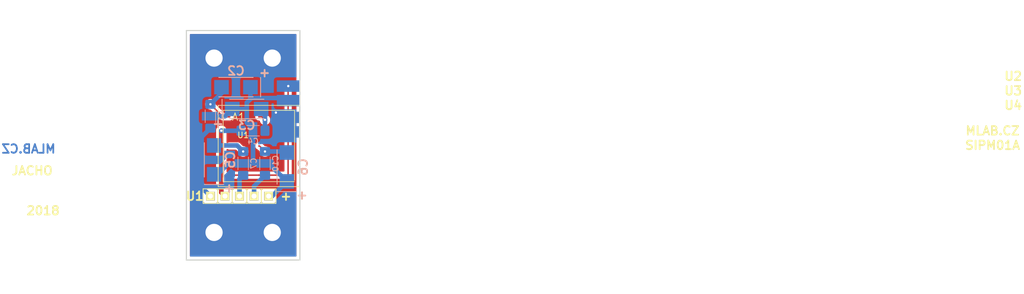
<source format=kicad_pcb>
(kicad_pcb (version 20171130) (host pcbnew "(2018-02-10 revision a04965c36)-makepkg")

  (general
    (thickness 1.6)
    (drawings 14)
    (tracks 66)
    (zones 0)
    (modules 20)
    (nets 12)
  )

  (page A4)
  (layers
    (0 F.Cu signal)
    (31 B.Cu signal)
    (32 B.Adhes user)
    (33 F.Adhes user)
    (34 B.Paste user)
    (35 F.Paste user)
    (36 B.SilkS user)
    (37 F.SilkS user)
    (38 B.Mask user)
    (39 F.Mask user)
    (40 Dwgs.User user)
    (41 Cmts.User user)
    (42 Eco1.User user)
    (43 Eco2.User user)
    (44 Edge.Cuts user)
    (45 Margin user)
    (46 B.CrtYd user)
    (47 F.CrtYd user)
    (48 B.Fab user)
    (49 F.Fab user)
  )

  (setup
    (last_trace_width 0.8)
    (user_trace_width 0.4)
    (user_trace_width 0.5)
    (user_trace_width 0.6)
    (user_trace_width 0.8)
    (user_trace_width 1)
    (trace_clearance 0.2)
    (zone_clearance 0.508)
    (zone_45_only no)
    (trace_min 0.2)
    (segment_width 0.2)
    (edge_width 0.15)
    (via_size 0.8)
    (via_drill 0.4)
    (via_min_size 0.4)
    (via_min_drill 0.3)
    (uvia_size 0.3)
    (uvia_drill 0.1)
    (uvias_allowed no)
    (uvia_min_size 0.2)
    (uvia_min_drill 0.1)
    (pcb_text_width 0.3)
    (pcb_text_size 1.5 1.5)
    (mod_edge_width 0.15)
    (mod_text_size 1 1)
    (mod_text_width 0.15)
    (pad_size 4 2)
    (pad_drill 0)
    (pad_to_mask_clearance 0.2)
    (aux_axis_origin 0 0)
    (visible_elements 7FFFFF7F)
    (pcbplotparams
      (layerselection 0x010fc_ffffffff)
      (usegerberextensions false)
      (usegerberattributes false)
      (usegerberadvancedattributes false)
      (creategerberjobfile false)
      (excludeedgelayer true)
      (linewidth 0.100000)
      (plotframeref false)
      (viasonmask false)
      (mode 1)
      (useauxorigin false)
      (hpglpennumber 1)
      (hpglpenspeed 20)
      (hpglpendiameter 15)
      (psnegative false)
      (psa4output false)
      (plotreference true)
      (plotvalue true)
      (plotinvisibletext false)
      (padsonsilk false)
      (subtractmaskfromsilk false)
      (outputformat 1)
      (mirror false)
      (drillshape 1)
      (scaleselection 1)
      (outputdirectory ""))
  )

  (net 0 "")
  (net 1 /U1)
  (net 2 /U2)
  (net 3 /U3)
  (net 4 /U4)
  (net 5 GND)
  (net 6 /U1in)
  (net 7 /U2in)
  (net 8 /U3in)
  (net 9 /U4in)
  (net 10 /K)
  (net 11 /+)

  (net_class Default "Toto je výchozí třída sítě."
    (clearance 0.2)
    (trace_width 0.25)
    (via_dia 0.8)
    (via_drill 0.4)
    (uvia_dia 0.3)
    (uvia_drill 0.1)
    (add_net /+)
    (add_net /K)
    (add_net /U1)
    (add_net /U1in)
    (add_net /U2)
    (add_net /U2in)
    (add_net /U3)
    (add_net /U3in)
    (add_net /U4)
    (add_net /U4in)
    (add_net GND)
  )

  (module Mlab_Mechanical:MountingHole_3mm placed (layer F.Cu) (tedit 5A99DD0D) (tstamp 5BB83874)
    (at 15.24 -35.56)
    (descr "Mounting hole, Befestigungsbohrung, 3mm, No Annular, Kein Restring,")
    (tags "Mounting hole, Befestigungsbohrung, 3mm, No Annular, Kein Restring,")
    (path /549D7549)
    (fp_text reference M1 (at 0 -4.191) (layer F.SilkS) hide
      (effects (font (size 1.524 1.524) (thickness 0.3048)))
    )
    (fp_text value HOLE (at 0 4.191) (layer F.SilkS) hide
      (effects (font (size 1.524 1.524) (thickness 0.3048)))
    )
    (fp_circle (center 0 0) (end 2.99974 0) (layer Cmts.User) (width 0.381))
    (pad 1 thru_hole circle (at 0 0) (size 6 6) (drill 3) (layers *.Cu *.Adhes *.Mask)
      (net 5 GND) (clearance 1) (zone_connect 2))
    (model ${MLAB}/src/3d/mechanical/m3_komplet.step
      (at (xyz 0 0 0))
      (scale (xyz 1 1 1))
      (rotate (xyz 0 0 0))
    )
  )

  (module Mlab_Mechanical:MountingHole_3mm placed (layer F.Cu) (tedit 5A99DD0D) (tstamp 5BB8387A)
    (at 5.08 -5.08)
    (descr "Mounting hole, Befestigungsbohrung, 3mm, No Annular, Kein Restring,")
    (tags "Mounting hole, Befestigungsbohrung, 3mm, No Annular, Kein Restring,")
    (path /549D7628)
    (fp_text reference M2 (at 0 -4.191) (layer F.SilkS) hide
      (effects (font (size 1.524 1.524) (thickness 0.3048)))
    )
    (fp_text value HOLE (at 0 4.191) (layer F.SilkS) hide
      (effects (font (size 1.524 1.524) (thickness 0.3048)))
    )
    (fp_circle (center 0 0) (end 2.99974 0) (layer Cmts.User) (width 0.381))
    (pad 1 thru_hole circle (at 0 0) (size 6 6) (drill 3) (layers *.Cu *.Adhes *.Mask)
      (net 5 GND) (clearance 1) (zone_connect 2))
    (model ${MLAB}/src/3d/mechanical/m3_komplet.step
      (at (xyz 0 0 0))
      (scale (xyz 1 1 1))
      (rotate (xyz 0 0 0))
    )
  )

  (module Mlab_Mechanical:MountingHole_3mm placed (layer F.Cu) (tedit 5A99DD0D) (tstamp 5BB83880)
    (at 5.08 -35.56)
    (descr "Mounting hole, Befestigungsbohrung, 3mm, No Annular, Kein Restring,")
    (tags "Mounting hole, Befestigungsbohrung, 3mm, No Annular, Kein Restring,")
    (path /549D7646)
    (fp_text reference M3 (at 0 -4.191) (layer F.SilkS) hide
      (effects (font (size 1.524 1.524) (thickness 0.3048)))
    )
    (fp_text value HOLE (at 0 4.191) (layer F.SilkS) hide
      (effects (font (size 1.524 1.524) (thickness 0.3048)))
    )
    (fp_circle (center 0 0) (end 2.99974 0) (layer Cmts.User) (width 0.381))
    (pad 1 thru_hole circle (at 0 0) (size 6 6) (drill 3) (layers *.Cu *.Adhes *.Mask)
      (net 5 GND) (clearance 1) (zone_connect 2))
    (model ${MLAB}/src/3d/mechanical/m3_komplet.step
      (at (xyz 0 0 0))
      (scale (xyz 1 1 1))
      (rotate (xyz 0 0 0))
    )
  )

  (module Mlab_Mechanical:MountingHole_3mm placed (layer F.Cu) (tedit 5A99DD0D) (tstamp 5BB83886)
    (at 15.24 -5.08)
    (descr "Mounting hole, Befestigungsbohrung, 3mm, No Annular, Kein Restring,")
    (tags "Mounting hole, Befestigungsbohrung, 3mm, No Annular, Kein Restring,")
    (path /549D7665)
    (fp_text reference M4 (at 0 -4.191) (layer F.SilkS) hide
      (effects (font (size 1.524 1.524) (thickness 0.3048)))
    )
    (fp_text value HOLE (at 0 4.191) (layer F.SilkS) hide
      (effects (font (size 1.524 1.524) (thickness 0.3048)))
    )
    (fp_circle (center 0 0) (end 2.99974 0) (layer Cmts.User) (width 0.381))
    (pad 1 thru_hole circle (at 0 0) (size 6 6) (drill 3) (layers *.Cu *.Adhes *.Mask)
      (net 5 GND) (clearance 1) (zone_connect 2))
    (model ${MLAB}/src/3d/mechanical/m3_komplet.step
      (at (xyz 0 0 0))
      (scale (xyz 1 1 1))
      (rotate (xyz 0 0 0))
    )
  )

  (module Mlab_D:ArrayC-60035-4P-BGA locked (layer F.Cu) (tedit 5BAB4D8F) (tstamp 5BB83979)
    (at 12.9032 -20.193)
    (descr 23A)
    (tags 23A)
    (path /5BABA2C7)
    (fp_text reference U1 (at -2.7432 -1.905 -180) (layer F.SilkS)
      (effects (font (size 1 1) (thickness 0.15)))
    )
    (fp_text value ARRAYC-60035-4P-BGA (at 0.1524 2.5146) (layer F.Fab)
      (effects (font (size 1 1) (thickness 0.15)))
    )
    (fp_text user %R (at -2.159 -2.2352) (layer F.Fab)
      (effects (font (size 1 1) (thickness 0.15)))
    )
    (fp_line (start 7.1 -7.1) (end 7.1 7.1) (layer F.SilkS) (width 0.12))
    (fp_line (start 7.1 -7.1) (end -7.1 -7.1) (layer F.SilkS) (width 0.12))
    (fp_line (start -7.1 -7.1) (end -7.1 7.1) (layer F.SilkS) (width 0.12))
    (fp_line (start 7.1 7.1) (end -7.1 7.1) (layer F.SilkS) (width 0.12))
    (fp_line (start 7.1 7.1) (end -7.1 7.1) (layer F.Fab) (width 0.1))
    (fp_line (start 7.1 7.1) (end 7.1 -7.1) (layer F.Fab) (width 0.1))
    (fp_line (start 7.1 -7.1) (end -7.1 -7.1) (layer F.Fab) (width 0.1))
    (fp_line (start -7.1 -7.1) (end -7.1 7.1) (layer F.Fab) (width 0.1))
    (fp_line (start -6.23 -6.23) (end -6.23 6.23) (layer F.Fab) (width 0.1))
    (fp_line (start 6.23 -6.23) (end -6.23 -6.23) (layer F.Fab) (width 0.1))
    (fp_line (start 6.23 -6.23) (end 6.23 6.23) (layer F.Fab) (width 0.1))
    (fp_line (start 6.23 6.23) (end -6.23 6.23) (layer F.Fab) (width 0.1))
    (fp_line (start 6.23 6.23) (end -6.23 6.23) (layer F.SilkS) (width 0.12))
    (fp_line (start -6.23 -6.23) (end -6.23 6.23) (layer F.SilkS) (width 0.12))
    (fp_line (start 6.23 -6.23) (end -6.23 -6.23) (layer F.SilkS) (width 0.12))
    (fp_line (start 6.23 -6.23) (end 6.23 6) (layer F.SilkS) (width 0.12))
    (fp_text user A1 (at -3.556 -5.08) (layer F.SilkS)
      (effects (font (size 1.27 1.27) (thickness 0.15)))
    )
    (pad A3 smd circle (at 5.1 -5.1) (size 0.23 0.23) (layers F.Cu F.Paste F.Mask)
      (net 10 /K))
    (pad B3 smd circle (at 5.1 0) (size 0.23 0.23) (layers F.Cu F.Paste F.Mask)
      (net 10 /K))
    (pad C3 smd circle (at 5.1 5.1) (size 0.23 0.23) (layers F.Cu F.Paste F.Mask)
      (net 10 /K))
    (pad C2 smd circle (at 0 5.1) (size 0.23 0.23) (layers F.Cu F.Paste F.Mask)
      (net 10 /K))
    (pad C1 smd circle (at -5.1 5.1) (size 0.23 0.23) (layers F.Cu F.Paste F.Mask)
      (net 10 /K))
    (pad B1 smd circle (at -5.1 0) (size 0.23 0.23) (layers F.Cu F.Paste F.Mask)
      (net 3 /U3))
    (pad B2 smd circle (at 0 0) (size 0.23 0.23) (layers F.Cu F.Paste F.Mask)
      (net 4 /U4))
    (pad A2 smd circle (at 0 -5.1) (size 0.23 0.23) (layers F.Cu F.Paste F.Mask)
      (net 2 /U2))
    (pad A1 smd circle (at -5.1 -5.1) (size 0.23 0.23) (layers F.Cu F.Paste F.Mask)
      (net 1 /U1))
    (model ${KISYS3DMOD}/Battery.3dshapes/BatteryHolder_Keystone_2466_1xAAA.wrl
      (at (xyz 0 0 0))
      (scale (xyz 1 1 1))
      (rotate (xyz 0 0 0))
    )
  )

  (module Mlab_L:FIR_1806 (layer B.Cu) (tedit 5BAE7C99) (tstamp 5BD322CB)
    (at 4.445 -25.4 90)
    (descr "Capacitor SMD 1806 (4516 Metric), square (rectangular) end terminal, IPC_7351 nominal with elongated pad for handsoldering. (Body size source: https://www.modelithics.com/models/Vendor/MuRata/BLM41P.pdf), generated with kicad-footprint-generator")
    (tags "capacitor handsolder")
    (path /5BAF331F)
    (attr smd)
    (fp_text reference C1 (at 0 1.85 90) (layer B.SilkS)
      (effects (font (size 1 1) (thickness 0.15)) (justify mirror))
    )
    (fp_text value EMI_Filter_C (at 0 -1.85 90) (layer B.Fab)
      (effects (font (size 1 1) (thickness 0.15)) (justify mirror))
    )
    (fp_text user %R (at 0 0 90) (layer B.Fab)
      (effects (font (size 1 1) (thickness 0.15)) (justify mirror))
    )
    (fp_line (start 3.12 -1.15) (end -3.12 -1.15) (layer B.CrtYd) (width 0.05))
    (fp_line (start 3.12 1.15) (end 3.12 -1.15) (layer B.CrtYd) (width 0.05))
    (fp_line (start -3.12 1.15) (end 3.12 1.15) (layer B.CrtYd) (width 0.05))
    (fp_line (start -3.12 -1.15) (end -3.12 1.15) (layer B.CrtYd) (width 0.05))
    (fp_line (start -1.111252 -0.91) (end 1.111252 -0.91) (layer B.SilkS) (width 0.12))
    (fp_line (start -1.111252 0.91) (end 1.111252 0.91) (layer B.SilkS) (width 0.12))
    (fp_line (start 2.25 -0.8) (end -2.25 -0.8) (layer B.Fab) (width 0.1))
    (fp_line (start 2.25 0.8) (end 2.25 -0.8) (layer B.Fab) (width 0.1))
    (fp_line (start -2.25 0.8) (end 2.25 0.8) (layer B.Fab) (width 0.1))
    (fp_line (start -2.25 -0.8) (end -2.25 0.8) (layer B.Fab) (width 0.1))
    (pad 2 smd trapezoid (at 0 0 90) (size 1.5 3) (layers B.Cu B.Paste B.Mask)
      (net 11 /+))
    (pad 3 smd roundrect (at 2.0875 0 90) (size 1.575 1.8) (layers B.Cu B.Paste B.Mask)(roundrect_rratio 0.159)
      (net 1 /U1))
    (pad 1 smd roundrect (at -2.0875 0 90) (size 1.575 1.8) (layers B.Cu B.Paste B.Mask)(roundrect_rratio 0.15873)
      (net 6 /U1in))
    (model ${KISYS3DMOD}/Capacitor_SMD.3dshapes/C_1806_4516Metric.wrl
      (at (xyz 0 0 0))
      (scale (xyz 1 1 1))
      (rotate (xyz 0 0 0))
    )
  )

  (module Mlab_C:TantalC_SizeC_Reflow (layer B.Cu) (tedit 5A4CB8D1) (tstamp 5BE0725C)
    (at 8.90524 -30.48 180)
    (descr "Tantal Cap. , Size C, EIA-6032, Reflow,")
    (tags "Tantal Cap. , Size C, EIA-6032, Reflow,")
    (path /5BB0957A)
    (attr smd)
    (fp_text reference C2 (at 0 2.85 180) (layer B.SilkS)
      (effects (font (size 1.524 1.524) (thickness 0.3048)) (justify mirror))
    )
    (fp_text value CP (at 0 -3 180) (layer B.SilkS) hide
      (effects (font (size 1.524 1.524) (thickness 0.3048)) (justify mirror))
    )
    (fp_line (start -4.30022 1.69926) (end -4.30022 -1.69926) (layer B.SilkS) (width 0.15))
    (fp_line (start 2.99974 -1.69926) (end -2.99974 -1.69926) (layer B.SilkS) (width 0.15))
    (fp_line (start 2.99974 1.69926) (end -2.99974 1.69926) (layer B.SilkS) (width 0.15))
    (fp_text user + (at -4.99872 2.55016 180) (layer B.SilkS)
      (effects (font (size 1.524 1.524) (thickness 0.3048)) (justify mirror))
    )
    (fp_line (start -5.00126 3.05308) (end -5.00126 1.95326) (layer B.SilkS) (width 0.15))
    (fp_line (start -5.6007 2.5527) (end -4.40182 2.5527) (layer B.SilkS) (width 0.15))
    (pad 2 smd rect (at 2.52476 0 180) (size 2.55016 2.49936) (layers B.Cu B.Paste B.Mask)
      (net 1 /U1))
    (pad 1 smd rect (at -2.52476 0 180) (size 2.55016 2.49936) (layers B.Cu B.Paste B.Mask)
      (net 11 /+))
    (model Capacitors_Tantalum_SMD.3dshapes/CP_Tantalum_Case-C_EIA-6032-28.wrl
      (at (xyz 0 0 0))
      (scale (xyz 1 1 1))
      (rotate (xyz 0 0 180))
    )
  )

  (module Mlab_L:FIR_1806 (layer B.Cu) (tedit 5BAE7C99) (tstamp 5BEC8A95)
    (at 11.8825 -22.86)
    (descr "Capacitor SMD 1806 (4516 Metric), square (rectangular) end terminal, IPC_7351 nominal with elongated pad for handsoldering. (Body size source: https://www.modelithics.com/models/Vendor/MuRata/BLM41P.pdf), generated with kicad-footprint-generator")
    (tags "capacitor handsolder")
    (path /5BAFAF2A)
    (attr smd)
    (fp_text reference C4 (at 0 1.85) (layer B.SilkS)
      (effects (font (size 1 1) (thickness 0.15)) (justify mirror))
    )
    (fp_text value EMI_Filter_C (at 0 -1.85) (layer B.Fab)
      (effects (font (size 1 1) (thickness 0.15)) (justify mirror))
    )
    (fp_line (start -2.25 -0.8) (end -2.25 0.8) (layer B.Fab) (width 0.1))
    (fp_line (start -2.25 0.8) (end 2.25 0.8) (layer B.Fab) (width 0.1))
    (fp_line (start 2.25 0.8) (end 2.25 -0.8) (layer B.Fab) (width 0.1))
    (fp_line (start 2.25 -0.8) (end -2.25 -0.8) (layer B.Fab) (width 0.1))
    (fp_line (start -1.111252 0.91) (end 1.111252 0.91) (layer B.SilkS) (width 0.12))
    (fp_line (start -1.111252 -0.91) (end 1.111252 -0.91) (layer B.SilkS) (width 0.12))
    (fp_line (start -3.12 -1.15) (end -3.12 1.15) (layer B.CrtYd) (width 0.05))
    (fp_line (start -3.12 1.15) (end 3.12 1.15) (layer B.CrtYd) (width 0.05))
    (fp_line (start 3.12 1.15) (end 3.12 -1.15) (layer B.CrtYd) (width 0.05))
    (fp_line (start 3.12 -1.15) (end -3.12 -1.15) (layer B.CrtYd) (width 0.05))
    (fp_text user %R (at 0 0) (layer B.Fab)
      (effects (font (size 1 1) (thickness 0.15)) (justify mirror))
    )
    (pad 1 smd roundrect (at -2.0875 0) (size 1.575 1.8) (layers B.Cu B.Paste B.Mask)(roundrect_rratio 0.15873)
      (net 7 /U2in))
    (pad 3 smd roundrect (at 2.0875 0) (size 1.575 1.8) (layers B.Cu B.Paste B.Mask)(roundrect_rratio 0.159)
      (net 2 /U2))
    (pad 2 smd trapezoid (at 0 0) (size 1.5 3) (layers B.Cu B.Paste B.Mask)
      (net 11 /+))
    (model ${KISYS3DMOD}/Capacitor_SMD.3dshapes/C_1806_4516Metric.wrl
      (at (xyz 0 0 0))
      (scale (xyz 1 1 1))
      (rotate (xyz 0 0 0))
    )
  )

  (module Mlab_C:TantalC_SizeC_Reflow (layer B.Cu) (tedit 5A4CB8D1) (tstamp 5BD32306)
    (at 5.08 -17.76476 90)
    (descr "Tantal Cap. , Size C, EIA-6032, Reflow,")
    (tags "Tantal Cap. , Size C, EIA-6032, Reflow,")
    (path /5BB097A9)
    (attr smd)
    (fp_text reference C5 (at 0 2.85 90) (layer B.SilkS)
      (effects (font (size 1.524 1.524) (thickness 0.3048)) (justify mirror))
    )
    (fp_text value CP (at 0 -3 90) (layer B.SilkS) hide
      (effects (font (size 1.524 1.524) (thickness 0.3048)) (justify mirror))
    )
    (fp_line (start -5.6007 2.5527) (end -4.40182 2.5527) (layer B.SilkS) (width 0.15))
    (fp_line (start -5.00126 3.05308) (end -5.00126 1.95326) (layer B.SilkS) (width 0.15))
    (fp_text user + (at -4.99872 2.55016 90) (layer B.SilkS)
      (effects (font (size 1.524 1.524) (thickness 0.3048)) (justify mirror))
    )
    (fp_line (start 2.99974 1.69926) (end -2.99974 1.69926) (layer B.SilkS) (width 0.15))
    (fp_line (start 2.99974 -1.69926) (end -2.99974 -1.69926) (layer B.SilkS) (width 0.15))
    (fp_line (start -4.30022 1.69926) (end -4.30022 -1.69926) (layer B.SilkS) (width 0.15))
    (pad 1 smd rect (at -2.52476 0 90) (size 2.55016 2.49936) (layers B.Cu B.Paste B.Mask)
      (net 11 /+))
    (pad 2 smd rect (at 2.52476 0 90) (size 2.55016 2.49936) (layers B.Cu B.Paste B.Mask)
      (net 3 /U3))
    (model Capacitors_Tantalum_SMD.3dshapes/CP_Tantalum_Case-C_EIA-6032-28.wrl
      (at (xyz 0 0 0))
      (scale (xyz 1 1 1))
      (rotate (xyz 0 0 180))
    )
  )

  (module Mlab_L:FIR_1806 (layer B.Cu) (tedit 5BAE7C99) (tstamp 5BD32311)
    (at 10.16 -17.145 90)
    (descr "Capacitor SMD 1806 (4516 Metric), square (rectangular) end terminal, IPC_7351 nominal with elongated pad for handsoldering. (Body size source: https://www.modelithics.com/models/Vendor/MuRata/BLM41P.pdf), generated with kicad-footprint-generator")
    (tags "capacitor handsolder")
    (path /5BAFA37B)
    (attr smd)
    (fp_text reference C7 (at 0 1.85 90) (layer B.SilkS)
      (effects (font (size 1 1) (thickness 0.15)) (justify mirror))
    )
    (fp_text value EMI_Filter_C (at 0 -1.85 90) (layer B.Fab)
      (effects (font (size 1 1) (thickness 0.15)) (justify mirror))
    )
    (fp_text user %R (at 0 0 90) (layer B.Fab)
      (effects (font (size 1 1) (thickness 0.15)) (justify mirror))
    )
    (fp_line (start 3.12 -1.15) (end -3.12 -1.15) (layer B.CrtYd) (width 0.05))
    (fp_line (start 3.12 1.15) (end 3.12 -1.15) (layer B.CrtYd) (width 0.05))
    (fp_line (start -3.12 1.15) (end 3.12 1.15) (layer B.CrtYd) (width 0.05))
    (fp_line (start -3.12 -1.15) (end -3.12 1.15) (layer B.CrtYd) (width 0.05))
    (fp_line (start -1.111252 -0.91) (end 1.111252 -0.91) (layer B.SilkS) (width 0.12))
    (fp_line (start -1.111252 0.91) (end 1.111252 0.91) (layer B.SilkS) (width 0.12))
    (fp_line (start 2.25 -0.8) (end -2.25 -0.8) (layer B.Fab) (width 0.1))
    (fp_line (start 2.25 0.8) (end 2.25 -0.8) (layer B.Fab) (width 0.1))
    (fp_line (start -2.25 0.8) (end 2.25 0.8) (layer B.Fab) (width 0.1))
    (fp_line (start -2.25 -0.8) (end -2.25 0.8) (layer B.Fab) (width 0.1))
    (pad 2 smd trapezoid (at 0 0 90) (size 1.5 3) (layers B.Cu B.Paste B.Mask)
      (net 11 /+))
    (pad 3 smd roundrect (at 2.0875 0 90) (size 1.575 1.8) (layers B.Cu B.Paste B.Mask)(roundrect_rratio 0.159)
      (net 3 /U3))
    (pad 1 smd roundrect (at -2.0875 0 90) (size 1.575 1.8) (layers B.Cu B.Paste B.Mask)(roundrect_rratio 0.15873)
      (net 8 /U3in))
    (model ${KISYS3DMOD}/Capacitor_SMD.3dshapes/C_1806_4516Metric.wrl
      (at (xyz 0 0 0))
      (scale (xyz 1 1 1))
      (rotate (xyz 0 0 0))
    )
  )

  (module Mlab_L:FIR_1806 (layer B.Cu) (tedit 5BAE7C99) (tstamp 5BD3232D)
    (at 13.97 -17.145 90)
    (descr "Capacitor SMD 1806 (4516 Metric), square (rectangular) end terminal, IPC_7351 nominal with elongated pad for handsoldering. (Body size source: https://www.modelithics.com/models/Vendor/MuRata/BLM41P.pdf), generated with kicad-footprint-generator")
    (tags "capacitor handsolder")
    (path /5BAF9BE7)
    (attr smd)
    (fp_text reference C10 (at 0 1.85 90) (layer B.SilkS)
      (effects (font (size 1 1) (thickness 0.15)) (justify mirror))
    )
    (fp_text value EMI_Filter_C (at 0 -1.85 90) (layer B.Fab)
      (effects (font (size 1 1) (thickness 0.15)) (justify mirror))
    )
    (fp_line (start -2.25 -0.8) (end -2.25 0.8) (layer B.Fab) (width 0.1))
    (fp_line (start -2.25 0.8) (end 2.25 0.8) (layer B.Fab) (width 0.1))
    (fp_line (start 2.25 0.8) (end 2.25 -0.8) (layer B.Fab) (width 0.1))
    (fp_line (start 2.25 -0.8) (end -2.25 -0.8) (layer B.Fab) (width 0.1))
    (fp_line (start -1.111252 0.91) (end 1.111252 0.91) (layer B.SilkS) (width 0.12))
    (fp_line (start -1.111252 -0.91) (end 1.111252 -0.91) (layer B.SilkS) (width 0.12))
    (fp_line (start -3.12 -1.15) (end -3.12 1.15) (layer B.CrtYd) (width 0.05))
    (fp_line (start -3.12 1.15) (end 3.12 1.15) (layer B.CrtYd) (width 0.05))
    (fp_line (start 3.12 1.15) (end 3.12 -1.15) (layer B.CrtYd) (width 0.05))
    (fp_line (start 3.12 -1.15) (end -3.12 -1.15) (layer B.CrtYd) (width 0.05))
    (fp_text user %R (at 0 0 90) (layer B.Fab)
      (effects (font (size 1 1) (thickness 0.15)) (justify mirror))
    )
    (pad 1 smd roundrect (at -2.0875 0 90) (size 1.575 1.8) (layers B.Cu B.Paste B.Mask)(roundrect_rratio 0.15873)
      (net 9 /U4in))
    (pad 3 smd roundrect (at 2.0875 0 90) (size 1.575 1.8) (layers B.Cu B.Paste B.Mask)(roundrect_rratio 0.159)
      (net 4 /U4))
    (pad 2 smd trapezoid (at 0 0 90) (size 1.5 3) (layers B.Cu B.Paste B.Mask)
      (net 11 /+))
    (model ${KISYS3DMOD}/Capacitor_SMD.3dshapes/C_1806_4516Metric.wrl
      (at (xyz 0 0 0))
      (scale (xyz 1 1 1))
      (rotate (xyz 0 0 0))
    )
  )

  (module Mlab_Pin_Headers:SMD_1_2_4x2 locked (layer B.Cu) (tedit 5B658CDA) (tstamp 5BD3236D)
    (at 18.034 -30.6705 180)
    (path /5BAEAC09)
    (fp_text reference J5 (at 0 -5.6007 180) (layer B.SilkS) hide
      (effects (font (size 1 1) (thickness 0.15)) (justify mirror))
    )
    (fp_text value CONN_2 (at -0.2032 1.778 180) (layer B.Fab) hide
      (effects (font (size 1 1) (thickness 0.15)) (justify mirror))
    )
    (pad 1 smd rect (at 0 0 180) (size 4 2) (layers B.Cu B.Paste B.Mask)
      (net 10 /K))
    (pad 2 smd rect (at 0 -2.54 180) (size 4 2) (layers B.Cu B.Paste B.Mask)
      (net 11 /+))
  )

  (module Mlab_Pin_Headers:SMD_1_2_4x2 (layer B.Cu) (tedit 5B658CDA) (tstamp 5BEC8A68)
    (at 18.034 -22.6568)
    (path /5BAF1BBD)
    (fp_text reference J6 (at 0 -5.6007) (layer B.SilkS) hide
      (effects (font (size 1 1) (thickness 0.15)) (justify mirror))
    )
    (fp_text value CONN_2 (at -0.2032 1.778) (layer B.Fab) hide
      (effects (font (size 1 1) (thickness 0.15)) (justify mirror))
    )
    (pad 2 smd rect (at 0 -2.54) (size 4 2) (layers B.Cu B.Paste B.Mask)
      (net 5 GND))
    (pad 1 smd rect (at 0 0) (size 4 2) (layers B.Cu B.Paste B.Mask)
      (net 5 GND))
  )

  (module Mlab_Pin_Headers:Straight_1x01 (layer F.Cu) (tedit 56EBDE01) (tstamp 5BDFF7C7)
    (at 4.445 -11.43 180)
    (descr "pin header straight 1x01")
    (tags "pin header straight 1x01")
    (path /5BB085DF)
    (fp_text reference J1 (at 0 -2.54 180) (layer F.SilkS) hide
      (effects (font (size 1.5 1.5) (thickness 0.15)))
    )
    (fp_text value HEADER_1x01 (at 0 2.54 180) (layer F.SilkS) hide
      (effects (font (size 1.5 1.5) (thickness 0.15)))
    )
    (fp_line (start -1.27 1.27) (end -1.27 -1.27) (layer F.SilkS) (width 0.15))
    (fp_line (start 1.27 1.27) (end -1.27 1.27) (layer F.SilkS) (width 0.15))
    (fp_line (start 1.27 -1.27) (end 1.27 1.27) (layer F.SilkS) (width 0.15))
    (fp_line (start -1.27 -1.27) (end 1.27 -1.27) (layer F.SilkS) (width 0.15))
    (fp_text user 1 (at -1.651 0 180) (layer F.SilkS) hide
      (effects (font (size 0.5 0.5) (thickness 0.05)))
    )
    (pad 1 thru_hole rect (at 0 0 180) (size 1.524 1.524) (drill 0.889) (layers *.Cu *.Mask F.SilkS)
      (net 6 /U1in))
    (model Pin_Headers/Pin_Header_Straight_1x01.wrl
      (at (xyz 0 0 0))
      (scale (xyz 1 1 1))
      (rotate (xyz 0 0 90))
    )
  )

  (module Mlab_Pin_Headers:Straight_1x01 (layer F.Cu) (tedit 56EBDE01) (tstamp 5BDFF7D0)
    (at 6.985 -11.43 90)
    (descr "pin header straight 1x01")
    (tags "pin header straight 1x01")
    (path /5BB087E2)
    (fp_text reference J2 (at 0 -2.54 90) (layer F.SilkS) hide
      (effects (font (size 1.5 1.5) (thickness 0.15)))
    )
    (fp_text value HEADER_1x01 (at 0 2.54 90) (layer F.SilkS) hide
      (effects (font (size 1.5 1.5) (thickness 0.15)))
    )
    (fp_text user 1 (at -1.651 0 90) (layer F.SilkS) hide
      (effects (font (size 0.5 0.5) (thickness 0.05)))
    )
    (fp_line (start -1.27 -1.27) (end 1.27 -1.27) (layer F.SilkS) (width 0.15))
    (fp_line (start 1.27 -1.27) (end 1.27 1.27) (layer F.SilkS) (width 0.15))
    (fp_line (start 1.27 1.27) (end -1.27 1.27) (layer F.SilkS) (width 0.15))
    (fp_line (start -1.27 1.27) (end -1.27 -1.27) (layer F.SilkS) (width 0.15))
    (pad 1 thru_hole rect (at 0 0 90) (size 1.524 1.524) (drill 0.889) (layers *.Cu *.Mask F.SilkS)
      (net 7 /U2in))
    (model Pin_Headers/Pin_Header_Straight_1x01.wrl
      (at (xyz 0 0 0))
      (scale (xyz 1 1 1))
      (rotate (xyz 0 0 90))
    )
  )

  (module Mlab_Pin_Headers:Straight_1x01 (layer F.Cu) (tedit 56EBDE01) (tstamp 5BDFF7D9)
    (at 9.525 -11.43 90)
    (descr "pin header straight 1x01")
    (tags "pin header straight 1x01")
    (path /5BB0881C)
    (fp_text reference J3 (at 0 -2.54 90) (layer F.SilkS) hide
      (effects (font (size 1.5 1.5) (thickness 0.15)))
    )
    (fp_text value HEADER_1x01 (at 0 2.54 90) (layer F.SilkS) hide
      (effects (font (size 1.5 1.5) (thickness 0.15)))
    )
    (fp_line (start -1.27 1.27) (end -1.27 -1.27) (layer F.SilkS) (width 0.15))
    (fp_line (start 1.27 1.27) (end -1.27 1.27) (layer F.SilkS) (width 0.15))
    (fp_line (start 1.27 -1.27) (end 1.27 1.27) (layer F.SilkS) (width 0.15))
    (fp_line (start -1.27 -1.27) (end 1.27 -1.27) (layer F.SilkS) (width 0.15))
    (fp_text user 1 (at -1.651 0 90) (layer F.SilkS) hide
      (effects (font (size 0.5 0.5) (thickness 0.05)))
    )
    (pad 1 thru_hole rect (at 0 0 90) (size 1.524 1.524) (drill 0.889) (layers *.Cu *.Mask F.SilkS)
      (net 8 /U3in))
    (model Pin_Headers/Pin_Header_Straight_1x01.wrl
      (at (xyz 0 0 0))
      (scale (xyz 1 1 1))
      (rotate (xyz 0 0 90))
    )
  )

  (module Mlab_Pin_Headers:Straight_1x01 (layer F.Cu) (tedit 56EBDE01) (tstamp 5BDFF7E2)
    (at 12.065 -11.43 180)
    (descr "pin header straight 1x01")
    (tags "pin header straight 1x01")
    (path /5BB08858)
    (fp_text reference J4 (at 0 -2.54 180) (layer F.SilkS) hide
      (effects (font (size 1.5 1.5) (thickness 0.15)))
    )
    (fp_text value HEADER_1x01 (at 0 2.54 180) (layer F.SilkS) hide
      (effects (font (size 1.5 1.5) (thickness 0.15)))
    )
    (fp_text user 1 (at -1.651 0 180) (layer F.SilkS) hide
      (effects (font (size 0.5 0.5) (thickness 0.05)))
    )
    (fp_line (start -1.27 -1.27) (end 1.27 -1.27) (layer F.SilkS) (width 0.15))
    (fp_line (start 1.27 -1.27) (end 1.27 1.27) (layer F.SilkS) (width 0.15))
    (fp_line (start 1.27 1.27) (end -1.27 1.27) (layer F.SilkS) (width 0.15))
    (fp_line (start -1.27 1.27) (end -1.27 -1.27) (layer F.SilkS) (width 0.15))
    (pad 1 thru_hole rect (at 0 0 180) (size 1.524 1.524) (drill 0.889) (layers *.Cu *.Mask F.SilkS)
      (net 9 /U4in))
    (model Pin_Headers/Pin_Header_Straight_1x01.wrl
      (at (xyz 0 0 0))
      (scale (xyz 1 1 1))
      (rotate (xyz 0 0 90))
    )
  )

  (module Mlab_Pin_Headers:Straight_1x01 (layer F.Cu) (tedit 56EBDE01) (tstamp 5BE0720C)
    (at 14.605 -11.43)
    (descr "pin header straight 1x01")
    (tags "pin header straight 1x01")
    (path /5BB090B2)
    (fp_text reference J7 (at 0 -2.54) (layer F.SilkS) hide
      (effects (font (size 1.5 1.5) (thickness 0.15)))
    )
    (fp_text value HEADER_1x01 (at 0 2.54) (layer F.SilkS) hide
      (effects (font (size 1.5 1.5) (thickness 0.15)))
    )
    (fp_text user 1 (at -1.651 0) (layer F.SilkS) hide
      (effects (font (size 0.5 0.5) (thickness 0.05)))
    )
    (fp_line (start -1.27 -1.27) (end 1.27 -1.27) (layer F.SilkS) (width 0.15))
    (fp_line (start 1.27 -1.27) (end 1.27 1.27) (layer F.SilkS) (width 0.15))
    (fp_line (start 1.27 1.27) (end -1.27 1.27) (layer F.SilkS) (width 0.15))
    (fp_line (start -1.27 1.27) (end -1.27 -1.27) (layer F.SilkS) (width 0.15))
    (pad 1 thru_hole rect (at 0 0) (size 1.524 1.524) (drill 0.889) (layers *.Cu *.Mask F.SilkS)
      (net 11 /+))
    (model Pin_Headers/Pin_Header_Straight_1x01.wrl
      (at (xyz 0 0 0))
      (scale (xyz 1 1 1))
      (rotate (xyz 0 0 90))
    )
  )

  (module Mlab_C:TantalC_SizeC_Reflow (layer B.Cu) (tedit 5A4CB8D1) (tstamp 5BEC87F9)
    (at 10.77976 -26.67)
    (descr "Tantal Cap. , Size C, EIA-6032, Reflow,")
    (tags "Tantal Cap. , Size C, EIA-6032, Reflow,")
    (path /5BB09763)
    (attr smd)
    (fp_text reference C3 (at 0 2.85) (layer B.SilkS)
      (effects (font (size 1.524 1.524) (thickness 0.3048)) (justify mirror))
    )
    (fp_text value CP (at 0 -3) (layer B.SilkS) hide
      (effects (font (size 1.524 1.524) (thickness 0.3048)) (justify mirror))
    )
    (fp_line (start -4.30022 1.69926) (end -4.30022 -1.69926) (layer B.SilkS) (width 0.15))
    (fp_line (start 2.99974 -1.69926) (end -2.99974 -1.69926) (layer B.SilkS) (width 0.15))
    (fp_line (start 2.99974 1.69926) (end -2.99974 1.69926) (layer B.SilkS) (width 0.15))
    (fp_text user + (at -4.99872 2.55016) (layer B.SilkS)
      (effects (font (size 1.524 1.524) (thickness 0.3048)) (justify mirror))
    )
    (fp_line (start -5.00126 3.05308) (end -5.00126 1.95326) (layer B.SilkS) (width 0.15))
    (fp_line (start -5.6007 2.5527) (end -4.40182 2.5527) (layer B.SilkS) (width 0.15))
    (pad 2 smd rect (at 2.52476 0) (size 2.55016 2.49936) (layers B.Cu B.Paste B.Mask)
      (net 2 /U2))
    (pad 1 smd rect (at -2.52476 0) (size 2.55016 2.49936) (layers B.Cu B.Paste B.Mask)
      (net 11 /+))
    (model Capacitors_Tantalum_SMD.3dshapes/CP_Tantalum_Case-C_EIA-6032-28.wrl
      (at (xyz 0 0 0))
      (scale (xyz 1 1 1))
      (rotate (xyz 0 0 180))
    )
  )

  (module Mlab_C:TantalC_SizeC_Reflow (layer B.Cu) (tedit 5A4CB8D1) (tstamp 5BEC8805)
    (at 17.78 -16.52524 90)
    (descr "Tantal Cap. , Size C, EIA-6032, Reflow,")
    (tags "Tantal Cap. , Size C, EIA-6032, Reflow,")
    (path /5BB09840)
    (attr smd)
    (fp_text reference C6 (at 0 2.85 90) (layer B.SilkS)
      (effects (font (size 1.524 1.524) (thickness 0.3048)) (justify mirror))
    )
    (fp_text value CP (at 0 -3 90) (layer B.SilkS) hide
      (effects (font (size 1.524 1.524) (thickness 0.3048)) (justify mirror))
    )
    (fp_line (start -5.6007 2.5527) (end -4.40182 2.5527) (layer B.SilkS) (width 0.15))
    (fp_line (start -5.00126 3.05308) (end -5.00126 1.95326) (layer B.SilkS) (width 0.15))
    (fp_text user + (at -4.99872 2.55016 90) (layer B.SilkS)
      (effects (font (size 1.524 1.524) (thickness 0.3048)) (justify mirror))
    )
    (fp_line (start 2.99974 1.69926) (end -2.99974 1.69926) (layer B.SilkS) (width 0.15))
    (fp_line (start 2.99974 -1.69926) (end -2.99974 -1.69926) (layer B.SilkS) (width 0.15))
    (fp_line (start -4.30022 1.69926) (end -4.30022 -1.69926) (layer B.SilkS) (width 0.15))
    (pad 1 smd rect (at -2.52476 0 90) (size 2.55016 2.49936) (layers B.Cu B.Paste B.Mask)
      (net 11 /+))
    (pad 2 smd rect (at 2.52476 0 90) (size 2.55016 2.49936) (layers B.Cu B.Paste B.Mask)
      (net 4 /U4))
    (model Capacitors_Tantalum_SMD.3dshapes/CP_Tantalum_Case-C_EIA-6032-28.wrl
      (at (xyz 0 0 0))
      (scale (xyz 1 1 1))
      (rotate (xyz 0 0 180))
    )
  )

  (gr_text U1 (at 0 -11.43) (layer F.SilkS) (tstamp 5BEC8D91)
    (effects (font (size 1.5 1.5) (thickness 0.3)) (justify left))
  )
  (gr_text U4 (at 142.875 -27.305) (layer F.SilkS) (tstamp 5BB91458)
    (effects (font (size 1.5 1.5) (thickness 0.3)) (justify left))
  )
  (gr_text U3 (at 142.875 -29.845) (layer F.SilkS) (tstamp 5BB91455)
    (effects (font (size 1.5 1.5) (thickness 0.3)) (justify left))
  )
  (gr_text U2 (at 142.875 -32.385) (layer F.SilkS) (tstamp 5BB91453)
    (effects (font (size 1.5 1.5) (thickness 0.3)) (justify left))
  )
  (gr_text + (at 16.51 -11.43) (layer F.SilkS)
    (effects (font (size 1.5 1.5) (thickness 0.3)) (justify left))
  )
  (gr_text MLAB.CZ (at -27.305 -19.685) (layer B.Cu) (tstamp 5BB87980)
    (effects (font (size 1.5 1.5) (thickness 0.3)) (justify mirror))
  )
  (gr_text 2018 (at -24.765 -8.89) (layer F.SilkS) (tstamp 5BB87970)
    (effects (font (size 1.5 1.5) (thickness 0.3)))
  )
  (gr_text JACHO (at -26.67 -15.875) (layer F.SilkS) (tstamp 5BB8796E)
    (effects (font (size 1.5 1.5) (thickness 0.3)))
  )
  (gr_text SIPM01A (at 140.97 -20.32) (layer F.SilkS) (tstamp 5BB8796A)
    (effects (font (size 1.5 1.5) (thickness 0.3)))
  )
  (gr_text MLAB.CZ (at 140.97 -22.86) (layer F.SilkS)
    (effects (font (size 1.5 1.5) (thickness 0.3)))
  )
  (gr_line (start 0.254 -0.254) (end 0.254 -40.386) (layer Edge.Cuts) (width 0.2))
  (gr_line (start 0.254 -40.386) (end 20.066 -40.386) (layer Edge.Cuts) (width 0.2))
  (gr_line (start 20.066 -0.254) (end 20.066 -40.386) (layer Edge.Cuts) (width 0.2))
  (gr_line (start 0.254 -0.254) (end 20.066 -0.254) (layer Edge.Cuts) (width 0.2))

  (segment (start 6.6395 -25.293) (end 4.445 -27.4875) (width 0.25) (layer F.Cu) (net 1))
  (segment (start 7.8032 -25.293) (end 6.6395 -25.293) (width 0.25) (layer F.Cu) (net 1))
  (via (at 4.445 -27.4875) (size 0.8) (drill 0.4) (layers F.Cu B.Cu) (net 1))
  (segment (start 6.38048 -30.48) (end 6.38048 -29.42298) (width 0.8) (layer B.Cu) (net 1))
  (segment (start 6.38048 -29.42298) (end 4.445 -27.4875) (width 0.8) (layer B.Cu) (net 1))
  (segment (start 13.97 -24.765) (end 13.97 -26.00452) (width 0.8) (layer B.Cu) (net 2))
  (segment (start 13.97 -22.86) (end 13.97 -24.765) (width 0.8) (layer B.Cu) (net 2))
  (segment (start 12.9032 -25.293) (end 13.442 -25.293) (width 0.25) (layer F.Cu) (net 2))
  (segment (start 13.442 -25.293) (end 13.97 -24.765) (width 0.25) (layer F.Cu) (net 2))
  (via (at 13.97 -24.765) (size 0.8) (drill 0.4) (layers F.Cu B.Cu) (net 2))
  (segment (start 13.97 -26.00452) (end 13.30452 -26.67) (width 0.8) (layer B.Cu) (net 2))
  (segment (start 5.715 -20.28952) (end 9.10298 -20.28952) (width 0.8) (layer B.Cu) (net 3))
  (segment (start 9.10298 -20.28952) (end 10.16 -19.2325) (width 0.8) (layer B.Cu) (net 3) (status 20))
  (segment (start 9.1995 -20.193) (end 10.16 -19.2325) (width 0.25) (layer F.Cu) (net 3))
  (segment (start 7.8032 -20.193) (end 9.1995 -20.193) (width 0.25) (layer F.Cu) (net 3) (status 10))
  (via (at 10.16 -19.2325) (size 0.8) (drill 0.4) (layers F.Cu B.Cu) (net 3) (status 30))
  (segment (start 13.97 -19.2325) (end 17.58226 -19.2325) (width 0.8) (layer B.Cu) (net 4) (status 10))
  (segment (start 17.58226 -19.2325) (end 17.78 -19.03476) (width 0.8) (layer B.Cu) (net 4))
  (segment (start 13.0095 -20.193) (end 13.97 -19.2325) (width 0.25) (layer F.Cu) (net 4) (status 10))
  (segment (start 12.9032 -20.193) (end 13.0095 -20.193) (width 0.25) (layer F.Cu) (net 4) (status 30))
  (via (at 13.97 -19.2325) (size 0.8) (drill 0.4) (layers F.Cu B.Cu) (net 4) (status 30))
  (segment (start 16.7132 -25.1968) (end 15.875 -26.035) (width 0.8) (layer B.Cu) (net 5))
  (segment (start 18.034 -25.1968) (end 16.7132 -25.1968) (width 0.8) (layer B.Cu) (net 5))
  (via (at 15.875 -26.035) (size 0.8) (drill 0.4) (layers F.Cu B.Cu) (net 5))
  (segment (start 2.54 -13.335) (end 4.445 -11.43) (width 0.8) (layer B.Cu) (net 6))
  (segment (start 4.445 -23.3125) (end 2.54 -21.4075) (width 0.8) (layer B.Cu) (net 6))
  (segment (start 2.54 -21.4075) (end 2.54 -13.335) (width 0.8) (layer B.Cu) (net 6))
  (segment (start 6.35 -22.86) (end 6.35 -12.065) (width 0.8) (layer F.Cu) (net 7))
  (segment (start 6.35 -12.065) (end 6.985 -11.43) (width 0.8) (layer F.Cu) (net 7))
  (segment (start 9.795 -22.86) (end 6.35 -22.86) (width 0.8) (layer B.Cu) (net 7))
  (via (at 6.35 -22.86) (size 0.8) (drill 0.4) (layers F.Cu B.Cu) (net 7))
  (segment (start 18.0032 -30.6397) (end 18.034 -30.6705) (width 0.25) (layer F.Cu) (net 10))
  (segment (start 18.0032 -25.293) (end 18.0032 -30.6397) (width 0.25) (layer F.Cu) (net 10))
  (via (at 18.034 -30.6705) (size 0.8) (drill 0.4) (layers F.Cu B.Cu) (net 10))
  (segment (start 18.0032 -20.0968) (end 18.0032 -25.293) (width 0.25) (layer F.Cu) (net 10))
  (segment (start 18.0032 -15.093) (end 18.0032 -20.0968) (width 0.25) (layer F.Cu) (net 10))
  (segment (start 12.9032 -15.093) (end 18.0032 -15.093) (width 0.25) (layer F.Cu) (net 10))
  (segment (start 7.8032 -15.093) (end 12.9032 -15.093) (width 0.25) (layer F.Cu) (net 10))
  (segment (start 11.43 -30.48) (end 11.43 -28.749758) (width 0.8) (layer B.Cu) (net 11))
  (segment (start 11.43 -28.749758) (end 11.604758 -28.575) (width 0.8) (layer B.Cu) (net 11))
  (segment (start 8.255 -26.67) (end 6.985 -25.4) (width 0.8) (layer B.Cu) (net 11))
  (segment (start 6.985 -25.4) (end 4.445 -25.4) (width 0.8) (layer B.Cu) (net 11))
  (segment (start 10.795 -26.67) (end 10.795 -27.765242) (width 0.8) (layer B.Cu) (net 11))
  (segment (start 10.795 -24.249598) (end 10.795 -26.67) (width 0.8) (layer B.Cu) (net 11))
  (segment (start 8.255 -26.67) (end 10.795 -26.67) (width 0.8) (layer B.Cu) (net 11))
  (segment (start 11.43 -28.400242) (end 11.604758 -28.575) (width 0.8) (layer B.Cu) (net 11))
  (segment (start 10.795 -27.765242) (end 11.43 -28.400242) (width 0.8) (layer B.Cu) (net 11))
  (segment (start 11.8825 -22.86) (end 11.8825 -23.162098) (width 0.8) (layer B.Cu) (net 11))
  (segment (start 11.8825 -23.162098) (end 10.795 -24.249598) (width 0.8) (layer B.Cu) (net 11))
  (segment (start 11.604758 -28.575) (end 17.5895 -28.575) (width 0.8) (layer B.Cu) (net 11))
  (segment (start 17.5895 -28.575) (end 18.034 -28.1305) (width 0.8) (layer B.Cu) (net 11))
  (segment (start 12.065 -17.145) (end 11.8825 -17.3275) (width 0.8) (layer B.Cu) (net 11))
  (segment (start 11.8825 -17.3275) (end 11.8825 -22.86) (width 0.8) (layer B.Cu) (net 11))
  (segment (start 14.605 -11.43) (end 15.22476 -11.43) (width 0.8) (layer B.Cu) (net 11) (status 30))
  (segment (start 15.22476 -11.43) (end 17.78 -13.98524) (width 0.8) (layer B.Cu) (net 11) (status 10))
  (segment (start 17.8435 -27.94) (end 18.034 -28.1305) (width 0.8) (layer B.Cu) (net 11) (status 30))
  (segment (start 10.16 -17.145) (end 12.065 -17.145) (width 0.8) (layer B.Cu) (net 11) (status 10))
  (segment (start 12.065 -17.145) (end 13.97 -17.145) (width 0.8) (layer B.Cu) (net 11) (status 20))
  (segment (start 5.715 -15.24) (end 7.62 -17.145) (width 0.8) (layer B.Cu) (net 11))
  (segment (start 7.62 -17.145) (end 10.16 -17.145) (width 0.8) (layer B.Cu) (net 11) (status 20))
  (segment (start 17.78 -13.98524) (end 14.62024 -17.145) (width 0.8) (layer B.Cu) (net 11) (status 20))
  (segment (start 14.62024 -17.145) (end 13.97 -17.145) (width 0.8) (layer B.Cu) (net 11) (status 30))
  (segment (start 9.525 -11.43) (end 9.525 -14.4225) (width 0.8) (layer B.Cu) (net 8) (status 30))
  (segment (start 9.525 -14.4225) (end 10.16 -15.0575) (width 0.8) (layer B.Cu) (net 8) (status 30))
  (segment (start 12.065 -11.43) (end 12.065 -13.1525) (width 0.8) (layer B.Cu) (net 9) (status 10))
  (segment (start 12.065 -13.1525) (end 13.97 -15.0575) (width 0.8) (layer B.Cu) (net 9) (status 20))

  (zone (net 5) (net_name GND) (layer F.Cu) (tstamp 5BAEA15D) (hatch edge 0.508)
    (connect_pads yes (clearance 0.508))
    (min_thickness 0.254)
    (fill yes (arc_segments 16) (thermal_gap 0.508) (thermal_bridge_width 0.508))
    (polygon
      (pts
        (xy 24.765 -43.18) (xy 25.4 3.175) (xy -6.35 1.905) (xy -3.81 -43.815)
      )
    )
    (filled_polygon
      (pts
        (xy 19.331 -0.989) (xy 0.989 -0.989) (xy 0.989 -12.192) (xy 3.03556 -12.192) (xy 3.03556 -10.668)
        (xy 3.084843 -10.420235) (xy 3.225191 -10.210191) (xy 3.435235 -10.069843) (xy 3.683 -10.02056) (xy 5.207 -10.02056)
        (xy 5.454765 -10.069843) (xy 5.664809 -10.210191) (xy 5.715 -10.285307) (xy 5.765191 -10.210191) (xy 5.975235 -10.069843)
        (xy 6.223 -10.02056) (xy 7.747 -10.02056) (xy 7.994765 -10.069843) (xy 8.204809 -10.210191) (xy 8.255 -10.285307)
        (xy 8.305191 -10.210191) (xy 8.515235 -10.069843) (xy 8.763 -10.02056) (xy 10.287 -10.02056) (xy 10.534765 -10.069843)
        (xy 10.744809 -10.210191) (xy 10.795 -10.285307) (xy 10.845191 -10.210191) (xy 11.055235 -10.069843) (xy 11.303 -10.02056)
        (xy 12.827 -10.02056) (xy 13.074765 -10.069843) (xy 13.284809 -10.210191) (xy 13.335 -10.285307) (xy 13.385191 -10.210191)
        (xy 13.595235 -10.069843) (xy 13.843 -10.02056) (xy 15.367 -10.02056) (xy 15.614765 -10.069843) (xy 15.824809 -10.210191)
        (xy 15.965157 -10.420235) (xy 16.01444 -10.668) (xy 16.01444 -12.192) (xy 15.965157 -12.439765) (xy 15.824809 -12.649809)
        (xy 15.614765 -12.790157) (xy 15.367 -12.83944) (xy 13.843 -12.83944) (xy 13.595235 -12.790157) (xy 13.385191 -12.649809)
        (xy 13.335 -12.574693) (xy 13.284809 -12.649809) (xy 13.074765 -12.790157) (xy 12.827 -12.83944) (xy 11.303 -12.83944)
        (xy 11.055235 -12.790157) (xy 10.845191 -12.649809) (xy 10.795 -12.574693) (xy 10.744809 -12.649809) (xy 10.534765 -12.790157)
        (xy 10.287 -12.83944) (xy 8.763 -12.83944) (xy 8.515235 -12.790157) (xy 8.305191 -12.649809) (xy 8.255 -12.574693)
        (xy 8.204809 -12.649809) (xy 7.994765 -12.790157) (xy 7.747 -12.83944) (xy 7.385 -12.83944) (xy 7.385 -14.45443)
        (xy 7.400587 -14.447974) (xy 7.506663 -14.377096) (xy 7.631789 -14.352207) (xy 7.654016 -14.343) (xy 7.678075 -14.343)
        (xy 7.728348 -14.333) (xy 17.928348 -14.333) (xy 18.0032 -14.318111) (xy 18.078052 -14.333) (xy 18.128325 -14.343)
        (xy 18.152384 -14.343) (xy 18.174611 -14.352207) (xy 18.299737 -14.377096) (xy 18.405813 -14.447974) (xy 18.428041 -14.457181)
        (xy 18.445054 -14.474194) (xy 18.551129 -14.545071) (xy 18.622006 -14.651146) (xy 18.639019 -14.668159) (xy 18.648226 -14.690387)
        (xy 18.719104 -14.796463) (xy 18.743993 -14.921589) (xy 18.7532 -14.943816) (xy 18.7532 -14.967875) (xy 18.778089 -15.093)
        (xy 18.7632 -15.167852) (xy 18.7632 -29.935989) (xy 18.911431 -30.08422) (xy 19.069 -30.464626) (xy 19.069 -30.876374)
        (xy 18.911431 -31.25678) (xy 18.62028 -31.547931) (xy 18.239874 -31.7055) (xy 17.828126 -31.7055) (xy 17.44772 -31.547931)
        (xy 17.156569 -31.25678) (xy 16.999 -30.876374) (xy 16.999 -30.464626) (xy 17.156569 -30.08422) (xy 17.243201 -29.997588)
        (xy 17.2432 -25.218149) (xy 17.243201 -25.218144) (xy 17.2432 -20.021949) (xy 17.243201 -20.021944) (xy 17.2432 -15.853)
        (xy 7.728348 -15.853) (xy 7.678075 -15.843) (xy 7.654016 -15.843) (xy 7.631789 -15.833793) (xy 7.506663 -15.808904)
        (xy 7.400587 -15.738026) (xy 7.385 -15.73157) (xy 7.385 -19.55443) (xy 7.400587 -19.547974) (xy 7.506663 -19.477096)
        (xy 7.631789 -19.452207) (xy 7.654016 -19.443) (xy 7.678075 -19.443) (xy 7.728348 -19.433) (xy 8.884699 -19.433)
        (xy 9.125 -19.192699) (xy 9.125 -19.026626) (xy 9.282569 -18.64622) (xy 9.57372 -18.355069) (xy 9.954126 -18.1975)
        (xy 10.365874 -18.1975) (xy 10.74628 -18.355069) (xy 11.037431 -18.64622) (xy 11.195 -19.026626) (xy 11.195 -19.438374)
        (xy 11.037431 -19.81878) (xy 10.74628 -20.109931) (xy 10.545734 -20.193) (xy 12.128311 -20.193) (xy 12.1532 -20.067875)
        (xy 12.1532 -20.043816) (xy 12.162407 -20.021589) (xy 12.187296 -19.896463) (xy 12.258174 -19.790387) (xy 12.267381 -19.768159)
        (xy 12.284394 -19.751146) (xy 12.355271 -19.645071) (xy 12.461346 -19.574194) (xy 12.478359 -19.557181) (xy 12.500587 -19.547974)
        (xy 12.606663 -19.477096) (xy 12.661513 -19.466186) (xy 12.935 -19.192699) (xy 12.935 -19.026626) (xy 13.092569 -18.64622)
        (xy 13.38372 -18.355069) (xy 13.764126 -18.1975) (xy 14.175874 -18.1975) (xy 14.55628 -18.355069) (xy 14.847431 -18.64622)
        (xy 15.005 -19.026626) (xy 15.005 -19.438374) (xy 14.847431 -19.81878) (xy 14.55628 -20.109931) (xy 14.175874 -20.2675)
        (xy 14.009801 -20.2675) (xy 13.599831 -20.67747) (xy 13.557429 -20.740929) (xy 13.306037 -20.908904) (xy 13.084352 -20.953)
        (xy 13.084347 -20.953) (xy 13.0095 -20.967888) (xy 12.934653 -20.953) (xy 12.828348 -20.953) (xy 12.778075 -20.943)
        (xy 12.754016 -20.943) (xy 12.731789 -20.933793) (xy 12.606663 -20.908904) (xy 12.500587 -20.838026) (xy 12.478359 -20.828819)
        (xy 12.461346 -20.811806) (xy 12.355271 -20.740929) (xy 12.284394 -20.634854) (xy 12.267381 -20.617841) (xy 12.258174 -20.595613)
        (xy 12.187296 -20.489537) (xy 12.162407 -20.364411) (xy 12.1532 -20.342184) (xy 12.1532 -20.318125) (xy 12.128311 -20.193)
        (xy 10.545734 -20.193) (xy 10.365874 -20.2675) (xy 10.199801 -20.2675) (xy 9.789831 -20.67747) (xy 9.747429 -20.740929)
        (xy 9.496037 -20.908904) (xy 9.274352 -20.953) (xy 9.274347 -20.953) (xy 9.1995 -20.967888) (xy 9.124653 -20.953)
        (xy 7.728348 -20.953) (xy 7.678075 -20.943) (xy 7.654016 -20.943) (xy 7.631789 -20.933793) (xy 7.506663 -20.908904)
        (xy 7.400587 -20.838026) (xy 7.385 -20.83157) (xy 7.385 -23.065874) (xy 7.345224 -23.161901) (xy 7.324948 -23.263837)
        (xy 7.267207 -23.350253) (xy 7.227431 -23.44628) (xy 7.153935 -23.519776) (xy 7.096193 -23.606193) (xy 7.009777 -23.663934)
        (xy 6.93628 -23.737431) (xy 6.840251 -23.777207) (xy 6.753836 -23.834948) (xy 6.651902 -23.855224) (xy 6.555874 -23.895)
        (xy 6.451934 -23.895) (xy 6.35 -23.915276) (xy 6.248065 -23.895) (xy 6.144126 -23.895) (xy 6.048098 -23.855224)
        (xy 5.946163 -23.834948) (xy 5.859747 -23.777207) (xy 5.76372 -23.737431) (xy 5.690224 -23.663935) (xy 5.603807 -23.606193)
        (xy 5.546066 -23.519777) (xy 5.472569 -23.44628) (xy 5.432793 -23.350251) (xy 5.375052 -23.263836) (xy 5.354776 -23.161902)
        (xy 5.315 -23.065874) (xy 5.315 -22.961934) (xy 5.315001 -12.817958) (xy 5.207 -12.83944) (xy 3.683 -12.83944)
        (xy 3.435235 -12.790157) (xy 3.225191 -12.649809) (xy 3.084843 -12.439765) (xy 3.03556 -12.192) (xy 0.989 -12.192)
        (xy 0.989 -27.693374) (xy 3.41 -27.693374) (xy 3.41 -27.281626) (xy 3.567569 -26.90122) (xy 3.85872 -26.610069)
        (xy 4.239126 -26.4525) (xy 4.405199 -26.4525) (xy 6.04917 -24.808528) (xy 6.091571 -24.745071) (xy 6.155027 -24.702671)
        (xy 6.342962 -24.577096) (xy 6.391105 -24.56752) (xy 6.564648 -24.533) (xy 6.564652 -24.533) (xy 6.6395 -24.518112)
        (xy 6.714348 -24.533) (xy 7.878052 -24.533) (xy 7.928325 -24.543) (xy 7.952384 -24.543) (xy 7.974611 -24.552207)
        (xy 8.099737 -24.577096) (xy 8.205813 -24.647974) (xy 8.228041 -24.657181) (xy 8.245054 -24.674194) (xy 8.351129 -24.745071)
        (xy 8.422006 -24.851146) (xy 8.439019 -24.868159) (xy 8.448226 -24.890387) (xy 8.519104 -24.996463) (xy 8.543993 -25.121589)
        (xy 8.5532 -25.143816) (xy 8.5532 -25.167875) (xy 8.578089 -25.293) (xy 12.128311 -25.293) (xy 12.1532 -25.167875)
        (xy 12.1532 -25.143816) (xy 12.162407 -25.121589) (xy 12.187296 -24.996463) (xy 12.258174 -24.890387) (xy 12.267381 -24.868159)
        (xy 12.284394 -24.851146) (xy 12.355271 -24.745071) (xy 12.461346 -24.674194) (xy 12.478359 -24.657181) (xy 12.500587 -24.647974)
        (xy 12.606663 -24.577096) (xy 12.731789 -24.552207) (xy 12.754016 -24.543) (xy 12.778075 -24.543) (xy 12.828348 -24.533)
        (xy 12.945822 -24.533) (xy 13.092569 -24.17872) (xy 13.38372 -23.887569) (xy 13.764126 -23.73) (xy 14.175874 -23.73)
        (xy 14.55628 -23.887569) (xy 14.847431 -24.17872) (xy 15.005 -24.559126) (xy 15.005 -24.970874) (xy 14.847431 -25.35128)
        (xy 14.55628 -25.642431) (xy 14.175874 -25.8) (xy 14.017277 -25.8) (xy 13.989929 -25.840929) (xy 13.738537 -26.008904)
        (xy 13.516852 -26.053) (xy 13.516847 -26.053) (xy 13.442 -26.067888) (xy 13.367153 -26.053) (xy 12.828348 -26.053)
        (xy 12.778075 -26.043) (xy 12.754016 -26.043) (xy 12.731789 -26.033793) (xy 12.606663 -26.008904) (xy 12.500587 -25.938026)
        (xy 12.478359 -25.928819) (xy 12.461346 -25.911806) (xy 12.355271 -25.840929) (xy 12.284394 -25.734854) (xy 12.267381 -25.717841)
        (xy 12.258174 -25.695613) (xy 12.187296 -25.589537) (xy 12.162407 -25.464411) (xy 12.1532 -25.442184) (xy 12.1532 -25.418125)
        (xy 12.128311 -25.293) (xy 8.578089 -25.293) (xy 8.5532 -25.418125) (xy 8.5532 -25.442184) (xy 8.543993 -25.464411)
        (xy 8.519104 -25.589537) (xy 8.448226 -25.695613) (xy 8.439019 -25.717841) (xy 8.422006 -25.734854) (xy 8.351129 -25.840929)
        (xy 8.245054 -25.911806) (xy 8.228041 -25.928819) (xy 8.205813 -25.938026) (xy 8.099737 -26.008904) (xy 7.974611 -26.033793)
        (xy 7.952384 -26.043) (xy 7.928325 -26.043) (xy 7.878052 -26.053) (xy 6.954302 -26.053) (xy 5.48 -27.527301)
        (xy 5.48 -27.693374) (xy 5.322431 -28.07378) (xy 5.03128 -28.364931) (xy 4.650874 -28.5225) (xy 4.239126 -28.5225)
        (xy 3.85872 -28.364931) (xy 3.567569 -28.07378) (xy 3.41 -27.693374) (xy 0.989 -27.693374) (xy 0.989 -39.651)
        (xy 19.331001 -39.651)
      )
    )
  )
  (zone (net 5) (net_name GND) (layer B.Cu) (tstamp 5BAEA15E) (hatch edge 0.508)
    (connect_pads yes (clearance 0.508))
    (min_thickness 0.254)
    (fill yes (arc_segments 16) (thermal_gap 0.508) (thermal_bridge_width 0.508))
    (polygon
      (pts
        (xy 31.115 5.715) (xy -16.51 4.445) (xy -6.985 -45.72) (xy 31.75 -45.72)
      )
    )
    (filled_polygon
      (pts
        (xy 19.331001 -32.31794) (xy 16.034 -32.31794) (xy 15.786235 -32.268657) (xy 15.576191 -32.128309) (xy 15.435843 -31.918265)
        (xy 15.38656 -31.6705) (xy 15.38656 -29.6705) (xy 15.398594 -29.61) (xy 13.35252 -29.61) (xy 13.35252 -31.72968)
        (xy 13.303237 -31.977445) (xy 13.162889 -32.187489) (xy 12.952845 -32.327837) (xy 12.70508 -32.37712) (xy 10.15492 -32.37712)
        (xy 9.907155 -32.327837) (xy 9.697111 -32.187489) (xy 9.556763 -31.977445) (xy 9.50748 -31.72968) (xy 9.50748 -29.23032)
        (xy 9.556763 -28.982555) (xy 9.697111 -28.772511) (xy 9.907155 -28.632163) (xy 10.149922 -28.583874) (xy 10.135225 -28.569177)
        (xy 10.048808 -28.511435) (xy 9.991066 -28.425018) (xy 9.96813 -28.390692) (xy 9.777845 -28.517837) (xy 9.53008 -28.56712)
        (xy 6.988331 -28.56712) (xy 7.004091 -28.58288) (xy 7.65556 -28.58288) (xy 7.903325 -28.632163) (xy 8.113369 -28.772511)
        (xy 8.253717 -28.982555) (xy 8.303 -29.23032) (xy 8.303 -31.72968) (xy 8.253717 -31.977445) (xy 8.113369 -32.187489)
        (xy 7.903325 -32.327837) (xy 7.65556 -32.37712) (xy 5.1054 -32.37712) (xy 4.857635 -32.327837) (xy 4.647591 -32.187489)
        (xy 4.507243 -31.977445) (xy 4.45796 -31.72968) (xy 4.45796 -29.23032) (xy 4.502117 -29.008327) (xy 4.41623 -28.92244)
        (xy 3.795425 -28.92244) (xy 3.451827 -28.854094) (xy 3.160539 -28.659461) (xy 2.965906 -28.368173) (xy 2.89756 -28.024575)
        (xy 2.89756 -26.950425) (xy 2.928638 -26.794185) (xy 2.697235 -26.748157) (xy 2.487191 -26.607809) (xy 2.346843 -26.397765)
        (xy 2.29756 -26.15) (xy 2.29756 -24.65) (xy 2.346843 -24.402235) (xy 2.487191 -24.192191) (xy 2.697235 -24.051843)
        (xy 2.928556 -24.005831) (xy 2.89756 -23.850001) (xy 2.89756 -22.774999) (xy 2.965873 -22.431564) (xy 3.160414 -22.140414)
        (xy 3.361556 -22.006014) (xy 3.232163 -21.812365) (xy 3.18288 -21.5646) (xy 3.18288 -19.01444) (xy 3.232163 -18.766675)
        (xy 3.372511 -18.556631) (xy 3.582555 -18.416283) (xy 3.83032 -18.367) (xy 6.32968 -18.367) (xy 6.577445 -18.416283)
        (xy 6.787489 -18.556631) (xy 6.927837 -18.766675) (xy 6.97712 -19.01444) (xy 6.97712 -19.25452) (xy 8.61256 -19.25452)
        (xy 8.61256 -18.695425) (xy 8.643638 -18.539185) (xy 8.412235 -18.493157) (xy 8.202191 -18.352809) (xy 8.086723 -18.18)
        (xy 7.721934 -18.18) (xy 7.62 -18.200276) (xy 7.518065 -18.18) (xy 7.216163 -18.119948) (xy 6.873807 -17.891193)
        (xy 6.816065 -17.804776) (xy 6.173809 -17.16252) (xy 3.83032 -17.16252) (xy 3.582555 -17.113237) (xy 3.372511 -16.972889)
        (xy 3.232163 -16.762845) (xy 3.18288 -16.51508) (xy 3.18288 -13.96492) (xy 3.232163 -13.717155) (xy 3.372511 -13.507111)
        (xy 3.582555 -13.366763) (xy 3.83032 -13.31748) (xy 6.32968 -13.31748) (xy 6.577445 -13.366763) (xy 6.787489 -13.507111)
        (xy 6.927837 -13.717155) (xy 6.97712 -13.96492) (xy 6.97712 -15.03841) (xy 8.048711 -16.11) (xy 8.086723 -16.11)
        (xy 8.202191 -15.937191) (xy 8.412235 -15.796843) (xy 8.643556 -15.750831) (xy 8.61256 -15.595001) (xy 8.61256 -14.919886)
        (xy 8.550052 -14.826336) (xy 8.469724 -14.4225) (xy 8.490001 -14.320561) (xy 8.49 -12.773296) (xy 8.305191 -12.649809)
        (xy 8.255 -12.574693) (xy 8.204809 -12.649809) (xy 7.994765 -12.790157) (xy 7.747 -12.83944) (xy 6.223 -12.83944)
        (xy 5.975235 -12.790157) (xy 5.765191 -12.649809) (xy 5.715 -12.574693) (xy 5.664809 -12.649809) (xy 5.454765 -12.790157)
        (xy 5.207 -12.83944) (xy 3.683 -12.83944) (xy 3.435235 -12.790157) (xy 3.225191 -12.649809) (xy 3.084843 -12.439765)
        (xy 3.03556 -12.192) (xy 3.03556 -10.668) (xy 3.084843 -10.420235) (xy 3.225191 -10.210191) (xy 3.435235 -10.069843)
        (xy 3.683 -10.02056) (xy 5.207 -10.02056) (xy 5.454765 -10.069843) (xy 5.664809 -10.210191) (xy 5.715 -10.285307)
        (xy 5.765191 -10.210191) (xy 5.975235 -10.069843) (xy 6.223 -10.02056) (xy 7.747 -10.02056) (xy 7.994765 -10.069843)
        (xy 8.204809 -10.210191) (xy 8.255 -10.285307) (xy 8.305191 -10.210191) (xy 8.515235 -10.069843) (xy 8.763 -10.02056)
        (xy 10.287 -10.02056) (xy 10.534765 -10.069843) (xy 10.744809 -10.210191) (xy 10.795 -10.285307) (xy 10.845191 -10.210191)
        (xy 11.055235 -10.069843) (xy 11.303 -10.02056) (xy 12.827 -10.02056) (xy 13.074765 -10.069843) (xy 13.284809 -10.210191)
        (xy 13.335 -10.285307) (xy 13.385191 -10.210191) (xy 13.595235 -10.069843) (xy 13.843 -10.02056) (xy 15.367 -10.02056)
        (xy 15.614765 -10.069843) (xy 15.824809 -10.210191) (xy 15.965157 -10.420235) (xy 16.01444 -10.668) (xy 16.01444 -10.74889)
        (xy 16.028697 -10.770227) (xy 17.336431 -12.07796) (xy 19.02968 -12.07796) (xy 19.277445 -12.127243) (xy 19.331 -12.163028)
        (xy 19.331 -0.989) (xy 0.989 -0.989) (xy 0.989 -39.651) (xy 19.331001 -39.651)
      )
    )
    (filled_polygon
      (pts
        (xy 15.38656 -27.1305) (xy 15.435843 -26.882735) (xy 15.576191 -26.672691) (xy 15.786235 -26.532343) (xy 16.034 -26.48306)
        (xy 19.331001 -26.48306) (xy 19.331001 -20.887452) (xy 19.277445 -20.923237) (xy 19.02968 -20.97252) (xy 16.53032 -20.97252)
        (xy 16.282555 -20.923237) (xy 16.072511 -20.782889) (xy 15.932163 -20.572845) (xy 15.88288 -20.32508) (xy 15.88288 -20.2675)
        (xy 15.345976 -20.2675) (xy 15.254461 -20.404461) (xy 14.963173 -20.599094) (xy 14.619575 -20.66744) (xy 13.320425 -20.66744)
        (xy 12.976827 -20.599094) (xy 12.9175 -20.559453) (xy 12.9175 -20.786723) (xy 13.090309 -20.902191) (xy 13.230657 -21.112235)
        (xy 13.276685 -21.343638) (xy 13.432925 -21.31256) (xy 14.507075 -21.31256) (xy 14.850673 -21.380906) (xy 15.141961 -21.575539)
        (xy 15.336594 -21.866827) (xy 15.40494 -22.210425) (xy 15.40494 -23.509575) (xy 15.336594 -23.853173) (xy 15.141961 -24.144461)
        (xy 15.005 -24.235976) (xy 15.005 -24.940856) (xy 15.037409 -24.962511) (xy 15.177757 -25.172555) (xy 15.22704 -25.42032)
        (xy 15.22704 -27.54) (xy 15.38656 -27.54)
      )
    )
  )
)

</source>
